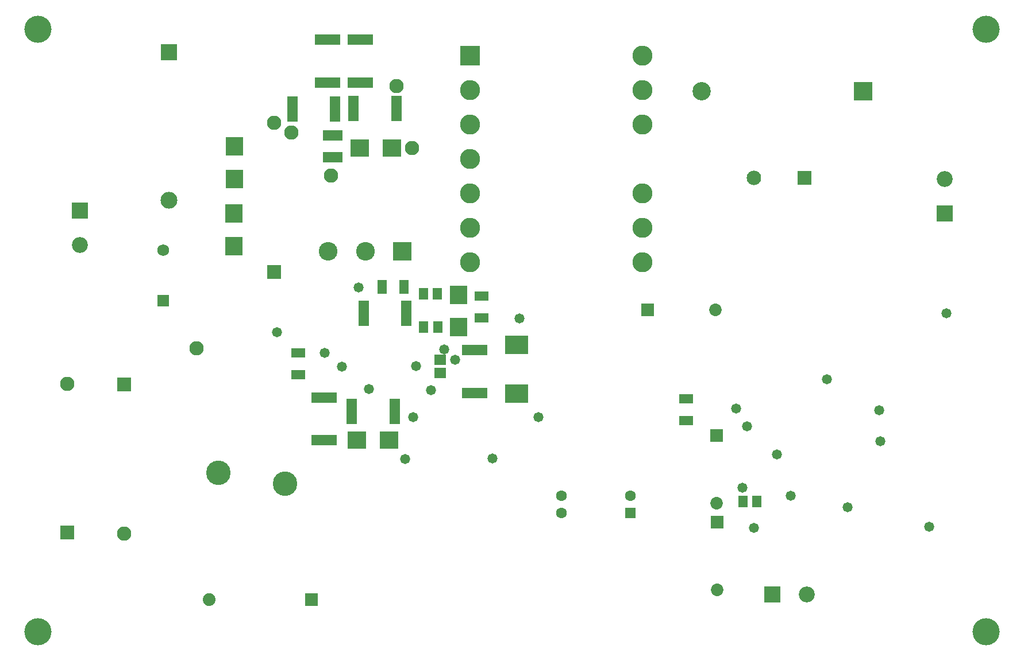
<source format=gbs>
G04*
G04 #@! TF.GenerationSoftware,Altium Limited,Altium Designer,18.1.7 (191)*
G04*
G04 Layer_Color=16711935*
%FSLAX25Y25*%
%MOIN*%
G70*
G01*
G75*
%ADD40R,0.05918X0.14580*%
%ADD41R,0.08083X0.05721*%
%ADD43R,0.05721X0.08083*%
%ADD47R,0.14580X0.05918*%
%ADD52C,0.06800*%
%ADD53R,0.06800X0.06800*%
%ADD54C,0.09200*%
%ADD55C,0.11627*%
%ADD56R,0.11627X0.11627*%
%ADD57C,0.14186*%
%ADD58C,0.06312*%
%ADD59R,0.06312X0.06312*%
%ADD60C,0.10642*%
%ADD61R,0.10642X0.10642*%
%ADD62C,0.08400*%
%ADD63R,0.08400X0.08400*%
%ADD64R,0.09200X0.09200*%
%ADD65C,0.07400*%
%ADD66R,0.07400X0.07400*%
%ADD67R,0.08300X0.08300*%
%ADD68C,0.08300*%
%ADD69C,0.09800*%
%ADD70R,0.09800X0.09800*%
%ADD71R,0.09200X0.09200*%
%ADD72R,0.07296X0.07296*%
%ADD73C,0.07296*%
%ADD74R,0.07296X0.07296*%
%ADD75C,0.10839*%
%ADD76R,0.10839X0.10839*%
%ADD77C,0.15750*%
%ADD78C,0.05800*%
%ADD112R,0.05721X0.06706*%
%ADD113R,0.09855X0.10839*%
%ADD114R,0.11824X0.06115*%
%ADD115R,0.10839X0.09855*%
%ADD116R,0.13595X0.11036*%
%ADD117R,0.06902X0.06115*%
D40*
X232902Y329000D02*
D03*
X208098D02*
D03*
X197402Y328500D02*
D03*
X172598D02*
D03*
X213957Y210094D02*
D03*
X238760D02*
D03*
X231902Y153000D02*
D03*
X207098D02*
D03*
D41*
X176000Y187020D02*
D03*
Y174421D02*
D03*
X401000Y160299D02*
D03*
Y147701D02*
D03*
X282359Y207295D02*
D03*
Y219894D02*
D03*
D43*
X224701Y225456D02*
D03*
X237299D02*
D03*
D47*
X193000Y368902D02*
D03*
Y344098D02*
D03*
X212000D02*
D03*
Y368902D02*
D03*
X278359Y163693D02*
D03*
Y188496D02*
D03*
X190859Y160996D02*
D03*
Y136193D02*
D03*
D52*
X97500Y246681D02*
D03*
D53*
Y217154D02*
D03*
D54*
X49409Y249500D02*
D03*
X551000Y288000D02*
D03*
X471000Y46500D02*
D03*
D55*
X375500Y239500D02*
D03*
Y259500D02*
D03*
Y279500D02*
D03*
Y319500D02*
D03*
Y339500D02*
D03*
Y359500D02*
D03*
D03*
X275500Y239500D02*
D03*
Y259500D02*
D03*
Y279500D02*
D03*
Y299500D02*
D03*
Y319500D02*
D03*
Y339500D02*
D03*
D56*
Y359500D02*
D03*
D57*
X168431Y110850D02*
D03*
X129569Y117150D02*
D03*
D58*
X328500Y93925D02*
D03*
Y103925D02*
D03*
X368500D02*
D03*
D59*
Y93925D02*
D03*
D60*
X410000Y339000D02*
D03*
D61*
X503701D02*
D03*
D62*
X440236Y288500D02*
D03*
D63*
X469764D02*
D03*
D64*
X551000Y268000D02*
D03*
X49409Y269500D02*
D03*
D65*
X124472Y43500D02*
D03*
D66*
X183528D02*
D03*
D67*
X42000Y82492D02*
D03*
X75000Y168661D02*
D03*
X162000Y234000D02*
D03*
D68*
X42000Y169106D02*
D03*
X75000Y82047D02*
D03*
X162000Y320614D02*
D03*
X117000Y189500D02*
D03*
X172000Y315000D02*
D03*
X242000Y306000D02*
D03*
X232902Y342098D02*
D03*
X195000Y290000D02*
D03*
D69*
X101000Y275500D02*
D03*
D70*
Y361500D02*
D03*
D71*
X451000Y46500D02*
D03*
D72*
X418500Y139000D02*
D03*
X419000Y88685D02*
D03*
D73*
X418500Y99630D02*
D03*
X417988Y211956D02*
D03*
X419000Y49315D02*
D03*
D74*
X378618Y211956D02*
D03*
D75*
X193362Y246000D02*
D03*
X214859D02*
D03*
D76*
X236355D02*
D03*
D77*
X575000Y25000D02*
D03*
Y375000D02*
D03*
X25000Y25000D02*
D03*
Y375000D02*
D03*
D78*
X552000Y210000D02*
D03*
X430000Y154500D02*
D03*
X513000Y153500D02*
D03*
X217116Y166095D02*
D03*
X191252Y187031D02*
D03*
X201158Y179095D02*
D03*
X211035Y225000D02*
D03*
X260500Y189000D02*
D03*
X244158Y179441D02*
D03*
X288500Y125500D02*
D03*
X242500Y149500D02*
D03*
X163701Y198854D02*
D03*
X315413Y149500D02*
D03*
X266922Y183095D02*
D03*
X238071Y125354D02*
D03*
X252858Y165421D02*
D03*
X461500Y104000D02*
D03*
X453500Y128000D02*
D03*
X513500Y135500D02*
D03*
X494781Y97219D02*
D03*
X433500Y108500D02*
D03*
X436461Y144461D02*
D03*
X440317Y85201D02*
D03*
X542000Y86000D02*
D03*
X482500Y171563D02*
D03*
X304359Y207095D02*
D03*
D112*
X442134Y100500D02*
D03*
X433866D02*
D03*
X256992Y201850D02*
D03*
X248724D02*
D03*
X256791Y221456D02*
D03*
X248524D02*
D03*
D113*
X139000Y288051D02*
D03*
Y306949D02*
D03*
X268859Y201850D02*
D03*
Y220748D02*
D03*
X138500Y267949D02*
D03*
Y249051D02*
D03*
D114*
X196000Y300701D02*
D03*
Y313299D02*
D03*
D115*
X211551Y306000D02*
D03*
X230449D02*
D03*
X209859Y136193D02*
D03*
X228756D02*
D03*
D116*
X302500Y191673D02*
D03*
Y163327D02*
D03*
D117*
X258359Y183095D02*
D03*
Y175221D02*
D03*
M02*

</source>
